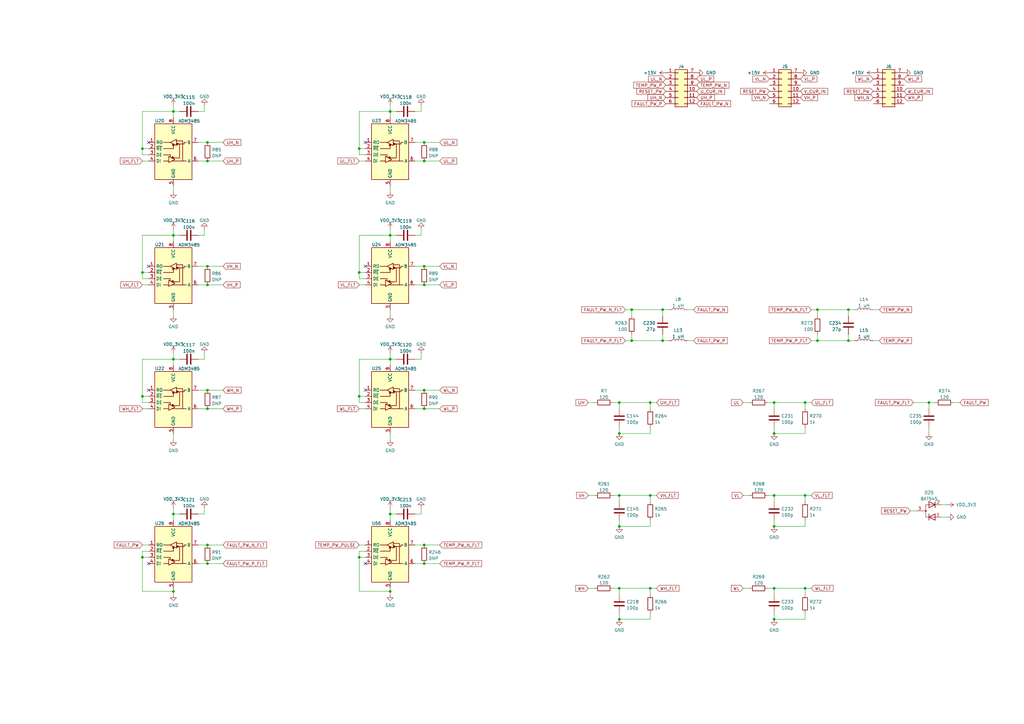
<source format=kicad_sch>
(kicad_sch (version 20231120) (generator "eeschema") (generator_version "8.0")
  (paper "A3")
  (lib_symbols
    (symbol "Connector_Generic:Conn_02x06_Top_Bottom" (pin_names (offset 1.016) hide)
      (property "Reference" "J" (at 1.27 7.62 0))
      (property "Value" "Conn_02x06_Top_Bottom" (at 1.27 -10.16 0))
      (symbol "Conn_02x06_Top_Bottom_1_1"
        (rectangle (start -1.27 -7.493) (end 0 -7.747) (stroke (width 0.1524)))
        (rectangle (start -1.27 -4.953) (end 0 -5.207) (stroke (width 0.1524)))
        (rectangle (start -1.27 -2.413) (end 0 -2.667) (stroke (width 0.1524)))
        (rectangle (start -1.27 0.127) (end 0 -0.127) (stroke (width 0.1524)))
        (rectangle (start -1.27 2.667) (end 0 2.413) (stroke (width 0.1524)))
        (rectangle (start -1.27 5.207) (end 0 4.953) (stroke (width 0.1524)))
        (rectangle (start -1.27 6.35) (end 3.81 -8.89) (stroke (width 0.254)) (fill (type background)))
        (rectangle (start 3.81 -7.493) (end 2.54 -7.747) (stroke (width 0.1524)))
        (rectangle (start 3.81 -4.953) (end 2.54 -5.207) (stroke (width 0.1524)))
        (rectangle (start 3.81 -2.413) (end 2.54 -2.667) (stroke (width 0.1524)))
        (rectangle (start 3.81 0.127) (end 2.54 -0.127) (stroke (width 0.1524)))
        (rectangle (start 3.81 2.667) (end 2.54 2.413) (stroke (width 0.1524)))
        (rectangle (start 3.81 5.207) (end 2.54 4.953) (stroke (width 0.1524)))
        (pin passive line (at -5.08 5.08 0) (length 3.81) (name "Pin_1") (number "1"))
        (pin passive line (at 7.62 -2.54 180) (length 3.81) (name "Pin_10") (number "10"))
        (pin passive line (at 7.62 -5.08 180) (length 3.81) (name "Pin_11") (number "11"))
        (pin passive line (at 7.62 -7.62 180) (length 3.81) (name "Pin_12") (number "12"))
        (pin passive line (at -5.08 2.54 0) (length 3.81) (name "Pin_2") (number "2"))
        (pin passive line (at -5.08 0 0) (length 3.81) (name "Pin_3") (number "3"))
        (pin passive line (at -5.08 -2.54 0) (length 3.81) (name "Pin_4") (number "4"))
        (pin passive line (at -5.08 -5.08 0) (length 3.81) (name "Pin_5") (number "5"))
        (pin passive line (at -5.08 -7.62 0) (length 3.81) (name "Pin_6") (number "6"))
        (pin passive line (at 7.62 5.08 180) (length 3.81) (name "Pin_7") (number "7"))
        (pin passive line (at 7.62 2.54 180) (length 3.81) (name "Pin_8") (number "8"))
        (pin passive line (at 7.62 0 180) (length 3.81) (name "Pin_9") (number "9"))
      )
    )
    (symbol "Device:C" (pin_numbers hide) (pin_names (offset 0.254))
      (property "Reference" "C" (at 0.635 2.54 0))
      (property "Value" "C" (at 0.635 -2.54 0))
      (symbol "C_0_1"
        (polyline (pts (xy -2.032 -0.762) (xy 2.032 -0.762)) (stroke (width 0.508)))
        (polyline (pts (xy -2.032 0.762) (xy 2.032 0.762)) (stroke (width 0.508)))
      )
      (symbol "C_1_1"
        (pin passive line (at 0 3.81 270) (length 2.794) (name "~") (number "1"))
        (pin passive line (at 0 -3.81 90) (length 2.794) (name "~") (number "2"))
      )
    )
    (symbol "Device:D_Dual_Series_AKC_Parallel" (pin_names (offset 0.762) hide)
      (property "Reference" "D" (at 0 5.08 0))
      (property "Value" "D_Dual_Series_AKC_Parallel" (at 0 -5.08 0))
      (symbol "D_Dual_Series_AKC_Parallel_0_0"
        (polyline (pts (xy 0 -1.27) (xy 0 -3.81)) (stroke (width 0.254)))
        (polyline (pts (xy 2.54 3.81) (xy 2.54 1.27)) (stroke (width 0.254)))
      )
      (symbol "D_Dual_Series_AKC_Parallel_0_1"
        (circle (center -1.27 0) (radius 0.254) (fill (type outline)))
        (polyline (pts (xy -1.27 0) (xy -2.54 0)))
        (polyline (pts (xy 2.54 2.54) (xy -1.27 2.54) (xy -1.27 -2.54) (xy 2.54 -2.54)))
        (polyline (pts (xy 0 3.81) (xy 2.54 2.54) (xy 0 1.27) (xy 0 3.81) (xy 0 3.81) (xy 0 3.81)) (stroke (width 0.254)))
        (polyline (pts (xy 2.54 -1.27) (xy 0 -2.54) (xy 2.54 -3.81) (xy 2.54 -1.27) (xy 2.54 -1.27) (xy 2.54 -1.27)) (stroke (width 0.254)))
        (pin passive line (at 5.08 -2.54 180) (length 2.54) (name "K") (number "1"))
        (pin passive line (at 5.08 2.54 180) (length 2.54) (name "K") (number "2"))
        (pin passive line (at -5.08 0 0) (length 2.54) (name "A") (number "3"))
      )
    )
    (symbol "Device:L" (pin_numbers hide) (pin_names (offset 1.016) hide)
      (property "Reference" "L" (at -1.27 0 90))
      (property "Value" "L" (at 1.905 0 90))
      (symbol "L_0_1"
        (arc (start 0 -2.54) (mid 0.6323 -1.905) (end 0 -1.27))
        (arc (start 0 -1.27) (mid 0.6323 -0.635) (end 0 0))
        (arc (start 0 0) (mid 0.6323 0.635) (end 0 1.27))
        (arc (start 0 1.27) (mid 0.6323 1.905) (end 0 2.54))
      )
      (symbol "L_1_1"
        (pin passive line (at 0 3.81 270) (length 1.27) (name "1") (number "1"))
        (pin passive line (at 0 -3.81 90) (length 1.27) (name "2") (number "2"))
      )
    )
    (symbol "Device:R" (pin_numbers hide) (pin_names (offset 0))
      (property "Reference" "R" (at 2.032 0 90))
      (property "Value" "R" (at 0 0 90))
      (symbol "R_0_1"
        (rectangle (start -1.016 -2.54) (end 1.016 2.54) (stroke (width 0.254)))
      )
      (symbol "R_1_1"
        (pin passive line (at 0 3.81 270) (length 1.27) (name "~") (number "1"))
        (pin passive line (at 0 -3.81 90) (length 1.27) (name "~") (number "2"))
      )
    )
    (symbol "GND_1" (power) (pin_names (offset 0))
      (property "Value" "GND_1" (at 0 -3.81 0))
      (symbol "GND_1_0_1"
        (polyline (pts (xy 0 0) (xy 0 -1.27) (xy 1.27 -1.27) (xy 0 -2.54) (xy -1.27 -1.27) (xy 0 -1.27)))
      )
      (symbol "GND_1_1_1"
        (pin power_in line (at 0 0 270) (length 0) hide (name "GND") (number "1"))
      )
    )
    (symbol "Project_Library:ADM3485"
      (property "Reference" "U" (at -6.096 11.43 0))
      (property "Value" "ADM3485" (at 0.762 11.43 0))
      (symbol "ADM3485_0_1"
        (rectangle (start -7.62 10.16) (end 7.62 -12.7) (stroke (width 0.254)) (fill (type background)))
        (circle (center -0.3048 -3.683) (radius 0.3556) (stroke (width 0.254)) (fill (type outline)))
        (circle (center -0.0254 1.4986) (radius 0.3556) (stroke (width 0.254)) (fill (type outline)))
        (polyline (pts (xy -4.064 -5.08) (xy -1.905 -5.08)) (stroke (width 0.254)))
        (polyline (pts (xy -4.064 2.54) (xy -1.27 2.54)) (stroke (width 0.254)))
        (polyline (pts (xy -1.27 -3.2004) (xy -1.27 -3.4544)) (stroke (width 0.254)))
        (polyline (pts (xy -0.635 -5.08) (xy 5.334 -5.08)) (stroke (width 0.254)))
        (polyline (pts (xy -4.064 -2.54) (xy -1.27 -2.54) (xy -1.27 -3.175)) (stroke (width 0.254)))
        (polyline (pts (xy 0 1.27) (xy 0 0) (xy -4.064 0)) (stroke (width 0.254)))
        (polyline (pts (xy 1.27 3.175) (xy 3.81 3.175) (xy 3.81 -5.08)) (stroke (width 0.254)))
        (polyline (pts (xy 2.54 1.905) (xy 2.54 -3.81) (xy 0 -3.81)) (stroke (width 0.254)))
        (polyline (pts (xy -1.905 -3.175) (xy -1.905 -5.715) (xy 0.635 -4.445) (xy -1.905 -3.175)) (stroke (width 0.254)))
        (polyline (pts (xy -1.27 2.54) (xy 1.27 3.81) (xy 1.27 1.27) (xy -1.27 2.54)) (stroke (width 0.254)))
        (polyline (pts (xy 1.905 1.905) (xy 4.445 1.905) (xy 4.445 2.54) (xy 5.334 2.54)) (stroke (width 0.254)))
        (rectangle (start 1.27 3.175) (end 1.27 3.175))
        (circle (center 1.651 1.905) (radius 0.3556) (stroke (width 0.254)) (fill (type outline)))
      )
      (symbol "ADM3485_1_1"
        (pin output line (at -10.16 2.54 0) (length 2.54) (name "RO") (number "1"))
        (pin input line (at -10.16 0 0) (length 2.54) (name "~{RE}") (number "2"))
        (pin input line (at -10.16 -2.54 0) (length 2.54) (name "DE") (number "3"))
        (pin input line (at -10.16 -5.08 0) (length 2.54) (name "DI") (number "4"))
        (pin power_in line (at 0 -15.24 90) (length 2.54) (name "GND") (number "5"))
        (pin bidirectional line (at 10.16 -5.08 180) (length 2.54) (name "A") (number "6"))
        (pin bidirectional line (at 10.16 2.54 180) (length 2.54) (name "B") (number "7"))
        (pin power_in line (at 0 12.7 270) (length 2.54) (name "VCC") (number "8"))
      )
    )
    (symbol "Project_Library:VDD_3V3" (power) (pin_names (offset 0))
      (property "Value" "VDD_3V3" (at 0 3.81 0))
      (symbol "VDD_3V3_0_1"
        (polyline (pts (xy -0.762 1.27) (xy 0 2.54)))
        (polyline (pts (xy 0 0) (xy 0 2.54)))
        (polyline (pts (xy 0 2.54) (xy 0.762 1.27)))
      )
      (symbol "VDD_3V3_1_1"
        (pin power_in line (at 0 0 90) (length 0) hide (name "VDD_3V3") (number "1"))
      )
    )
    (symbol "power:+15V" (power) (pin_names (offset 0))
      (property "Value" "+15V" (at 0 3.556 0))
      (symbol "+15V_0_1"
        (polyline (pts (xy -0.762 1.27) (xy 0 2.54)))
        (polyline (pts (xy 0 0) (xy 0 2.54)))
        (polyline (pts (xy 0 2.54) (xy 0.762 1.27)))
      )
      (symbol "+15V_1_1"
        (pin power_in line (at 0 0 90) (length 0) hide (name "+15V") (number "1"))
      )
    )
    (symbol "power:GND" (power) (pin_names (offset 0))
      (property "Value" "GND" (at 0 -3.81 0))
      (symbol "GND_0_1"
        (polyline (pts (xy 0 0) (xy 0 -1.27) (xy 1.27 -1.27) (xy 0 -2.54) (xy -1.27 -1.27) (xy 0 -1.27)))
      )
      (symbol "GND_1_1"
        (pin power_in line (at 0 0 270) (length 0) hide (name "GND") (number "1"))
      )
    )
  )
  (junction (at 317.5 203.2))
  (junction (at 71.12 45.72))
  (junction (at 335.28 139.7))
  (junction (at 85.09 231.14))
  (junction (at 85.09 167.64))
  (junction (at 317.5 177.8))
  (junction (at 254 177.8))
  (junction (at 58.42 60.96))
  (junction (at 381 165.1))
  (junction (at 259.08 139.7))
  (junction (at 254 165.1))
  (junction (at 71.12 242.57))
  (junction (at 160.02 96.52))
  (junction (at 254 203.2))
  (junction (at 58.42 111.76))
  (junction (at 147.32 111.76))
  (junction (at 254 215.9))
  (junction (at 71.12 96.52))
  (junction (at 85.09 160.02))
  (junction (at 330.2 203.2))
  (junction (at 347.98 139.7))
  (junction (at 330.2 165.1))
  (junction (at 254 241.3))
  (junction (at 147.32 162.56))
  (junction (at 160.02 242.57))
  (junction (at 160.02 45.72))
  (junction (at 266.7 165.1))
  (junction (at 173.99 66.04))
  (junction (at 266.7 241.3))
  (junction (at 160.02 210.82))
  (junction (at 58.42 228.6))
  (junction (at 85.09 58.42))
  (junction (at 71.12 210.82))
  (junction (at 173.99 167.64))
  (junction (at 173.99 223.52))
  (junction (at 259.08 127))
  (junction (at 173.99 58.42))
  (junction (at 173.99 231.14))
  (junction (at 335.28 127))
  (junction (at 317.5 241.3))
  (junction (at 271.78 139.7))
  (junction (at 173.99 109.22))
  (junction (at 173.99 116.84))
  (junction (at 254 254))
  (junction (at 85.09 223.52))
  (junction (at 58.42 162.56))
  (junction (at 147.32 228.6))
  (junction (at 317.5 215.9))
  (junction (at 85.09 66.04))
  (junction (at 266.7 203.2))
  (junction (at 85.09 109.22))
  (junction (at 330.2 241.3))
  (junction (at 347.98 127))
  (junction (at 271.78 127))
  (junction (at 71.12 147.32))
  (junction (at 160.02 147.32))
  (junction (at 317.5 254))
  (junction (at 85.09 116.84))
  (junction (at 173.99 160.02))
  (junction (at 147.32 60.96))
  (junction (at 317.5 165.1))
  (no_connect (at 149.86 160.02))
  (no_connect (at 60.96 231.14))
  (no_connect (at 149.86 109.22))
  (no_connect (at 60.96 160.02))
  (no_connect (at 149.86 58.42))
  (no_connect (at 60.96 109.22))
  (no_connect (at 149.86 231.14))
  (no_connect (at 60.96 58.42))
  (wire (pts (xy 71.12 127) (xy 71.12 129.54)))
  (wire (pts (xy 58.42 228.6) (xy 58.42 226.06)))
  (wire (pts (xy 254 175.26) (xy 254 177.8)))
  (wire (pts (xy 314.96 203.2) (xy 317.5 203.2)))
  (wire (pts (xy 330.2 241.3) (xy 330.2 243.84)))
  (wire (pts (xy 259.08 139.7) (xy 271.78 139.7)))
  (wire (pts (xy 147.32 45.72) (xy 160.02 45.72)))
  (wire (pts (xy 60.96 111.76) (xy 58.42 111.76)))
  (wire (pts (xy 172.72 210.82) (xy 170.18 210.82)))
  (wire (pts (xy 241.3 241.3) (xy 243.84 241.3)))
  (wire (pts (xy 173.99 66.04) (xy 180.34 66.04)))
  (wire (pts (xy 254 203.2) (xy 266.7 203.2)))
  (wire (pts (xy 81.28 109.22) (xy 85.09 109.22)))
  (wire (pts (xy 254 203.2) (xy 254 205.74)))
  (wire (pts (xy 81.28 231.14) (xy 85.09 231.14)))
  (wire (pts (xy 170.18 116.84) (xy 173.99 116.84)))
  (wire (pts (xy 304.8 241.3) (xy 307.34 241.3)))
  (wire (pts (xy 147.32 228.6) (xy 147.32 226.06)))
  (wire (pts (xy 172.72 147.32) (xy 170.18 147.32)))
  (wire (pts (xy 149.86 60.96) (xy 147.32 60.96)))
  (wire (pts (xy 58.42 114.3) (xy 58.42 111.76)))
  (wire (pts (xy 71.12 210.82) (xy 71.12 213.36)))
  (wire (pts (xy 83.82 147.32) (xy 81.28 147.32)))
  (wire (pts (xy 284.48 127) (xy 281.94 127)))
  (wire (pts (xy 83.82 210.82) (xy 81.28 210.82)))
  (wire (pts (xy 317.5 241.3) (xy 317.5 243.84)))
  (wire (pts (xy 58.42 147.32) (xy 71.12 147.32)))
  (wire (pts (xy 58.42 63.5) (xy 58.42 60.96)))
  (wire (pts (xy 317.5 213.36) (xy 317.5 215.9)))
  (wire (pts (xy 147.32 165.1) (xy 147.32 162.56)))
  (wire (pts (xy 147.32 45.72) (xy 147.32 60.96)))
  (wire (pts (xy 71.12 43.18) (xy 71.12 45.72)))
  (wire (pts (xy 71.12 45.72) (xy 71.12 48.26)))
  (wire (pts (xy 350.52 127) (xy 347.98 127)))
  (wire (pts (xy 335.28 137.16) (xy 335.28 139.7)))
  (wire (pts (xy 85.09 231.14) (xy 91.44 231.14)))
  (wire (pts (xy 71.12 76.2) (xy 71.12 78.74)))
  (wire (pts (xy 330.2 175.26) (xy 330.2 177.8)))
  (wire (pts (xy 71.12 147.32) (xy 71.12 149.86)))
  (wire (pts (xy 170.18 231.14) (xy 173.99 231.14)))
  (wire (pts (xy 173.99 109.22) (xy 180.34 109.22)))
  (wire (pts (xy 330.2 203.2) (xy 330.2 205.74)))
  (wire (pts (xy 160.02 241.3) (xy 160.02 242.57)))
  (wire (pts (xy 58.42 228.6) (xy 58.42 242.57)))
  (wire (pts (xy 58.42 147.32) (xy 58.42 162.56)))
  (wire (pts (xy 330.2 165.1) (xy 330.2 167.64)))
  (wire (pts (xy 81.28 116.84) (xy 85.09 116.84)))
  (wire (pts (xy 259.08 137.16) (xy 259.08 139.7)))
  (wire (pts (xy 83.82 43.18) (xy 83.82 45.72)))
  (wire (pts (xy 149.86 226.06) (xy 147.32 226.06)))
  (wire (pts (xy 81.28 160.02) (xy 85.09 160.02)))
  (wire (pts (xy 266.7 254) (xy 254 254)))
  (wire (pts (xy 81.28 223.52) (xy 85.09 223.52)))
  (wire (pts (xy 85.09 160.02) (xy 91.44 160.02)))
  (wire (pts (xy 266.7 241.3) (xy 269.24 241.3)))
  (wire (pts (xy 251.46 203.2) (xy 254 203.2)))
  (wire (pts (xy 149.86 111.76) (xy 147.32 111.76)))
  (wire (pts (xy 85.09 58.42) (xy 91.44 58.42)))
  (wire (pts (xy 160.02 127) (xy 160.02 129.54)))
  (wire (pts (xy 160.02 76.2) (xy 160.02 78.74)))
  (wire (pts (xy 330.2 241.3) (xy 332.74 241.3)))
  (wire (pts (xy 83.82 93.98) (xy 83.82 96.52)))
  (wire (pts (xy 314.96 241.3) (xy 317.5 241.3)))
  (wire (pts (xy 71.12 208.28) (xy 71.12 210.82)))
  (wire (pts (xy 71.12 177.8) (xy 71.12 180.34)))
  (wire (pts (xy 149.86 63.5) (xy 147.32 63.5)))
  (wire (pts (xy 271.78 127) (xy 259.08 127)))
  (wire (pts (xy 58.42 96.52) (xy 71.12 96.52)))
  (wire (pts (xy 254 251.46) (xy 254 254)))
  (wire (pts (xy 347.98 137.16) (xy 347.98 139.7)))
  (wire (pts (xy 393.7 165.1) (xy 391.16 165.1)))
  (wire (pts (xy 317.5 241.3) (xy 330.2 241.3)))
  (wire (pts (xy 160.02 96.52) (xy 160.02 99.06)))
  (wire (pts (xy 271.78 139.7) (xy 274.32 139.7)))
  (wire (pts (xy 147.32 147.32) (xy 160.02 147.32)))
  (wire (pts (xy 388.62 212.09) (xy 386.08 212.09)))
  (wire (pts (xy 170.18 160.02) (xy 173.99 160.02)))
  (wire (pts (xy 83.82 45.72) (xy 81.28 45.72)))
  (wire (pts (xy 330.2 213.36) (xy 330.2 215.9)))
  (wire (pts (xy 266.7 177.8) (xy 254 177.8)))
  (wire (pts (xy 172.72 144.78) (xy 172.72 147.32)))
  (wire (pts (xy 81.28 66.04) (xy 85.09 66.04)))
  (wire (pts (xy 160.02 144.78) (xy 160.02 147.32)))
  (wire (pts (xy 147.32 114.3) (xy 147.32 111.76)))
  (wire (pts (xy 170.18 66.04) (xy 173.99 66.04)))
  (wire (pts (xy 147.32 96.52) (xy 160.02 96.52)))
  (wire (pts (xy 147.32 63.5) (xy 147.32 60.96)))
  (wire (pts (xy 266.7 215.9) (xy 254 215.9)))
  (wire (pts (xy 347.98 127) (xy 347.98 129.54)))
  (wire (pts (xy 173.99 58.42) (xy 180.34 58.42)))
  (wire (pts (xy 173.99 231.14) (xy 180.34 231.14)))
  (wire (pts (xy 160.02 147.32) (xy 160.02 149.86)))
  (wire (pts (xy 160.02 177.8) (xy 160.02 180.34)))
  (wire (pts (xy 330.2 165.1) (xy 332.74 165.1)))
  (wire (pts (xy 360.68 127) (xy 358.14 127)))
  (wire (pts (xy 373.38 209.55) (xy 375.92 209.55)))
  (wire (pts (xy 160.02 96.52) (xy 162.56 96.52)))
  (wire (pts (xy 147.32 66.04) (xy 149.86 66.04)))
  (wire (pts (xy 71.12 45.72) (xy 73.66 45.72)))
  (wire (pts (xy 71.12 93.98) (xy 71.12 96.52)))
  (wire (pts (xy 147.32 223.52) (xy 149.86 223.52)))
  (wire (pts (xy 266.7 203.2) (xy 269.24 203.2)))
  (wire (pts (xy 254 213.36) (xy 254 215.9)))
  (wire (pts (xy 271.78 127) (xy 271.78 129.54)))
  (wire (pts (xy 254 241.3) (xy 266.7 241.3)))
  (wire (pts (xy 388.62 207.01) (xy 386.08 207.01)))
  (wire (pts (xy 360.68 139.7) (xy 358.14 139.7)))
  (wire (pts (xy 60.96 63.5) (xy 58.42 63.5)))
  (wire (pts (xy 266.7 213.36) (xy 266.7 215.9)))
  (wire (pts (xy 241.3 203.2) (xy 243.84 203.2)))
  (wire (pts (xy 160.02 210.82) (xy 160.02 213.36)))
  (wire (pts (xy 71.12 147.32) (xy 73.66 147.32)))
  (wire (pts (xy 170.18 58.42) (xy 173.99 58.42)))
  (wire (pts (xy 71.12 96.52) (xy 71.12 99.06)))
  (wire (pts (xy 71.12 210.82) (xy 73.66 210.82)))
  (wire (pts (xy 147.32 147.32) (xy 147.32 162.56)))
  (wire (pts (xy 274.32 127) (xy 271.78 127)))
  (wire (pts (xy 58.42 167.64) (xy 60.96 167.64)))
  (wire (pts (xy 259.08 127) (xy 256.54 127)))
  (wire (pts (xy 60.96 228.6) (xy 58.42 228.6)))
  (wire (pts (xy 330.2 254) (xy 317.5 254)))
  (wire (pts (xy 266.7 175.26) (xy 266.7 177.8)))
  (wire (pts (xy 304.8 203.2) (xy 307.34 203.2)))
  (wire (pts (xy 173.99 116.84) (xy 180.34 116.84)))
  (wire (pts (xy 85.09 223.52) (xy 91.44 223.52)))
  (wire (pts (xy 60.96 162.56) (xy 58.42 162.56)))
  (wire (pts (xy 160.02 45.72) (xy 160.02 48.26)))
  (wire (pts (xy 83.82 96.52) (xy 81.28 96.52)))
  (wire (pts (xy 85.09 116.84) (xy 91.44 116.84)))
  (wire (pts (xy 160.02 93.98) (xy 160.02 96.52)))
  (wire (pts (xy 173.99 167.64) (xy 180.34 167.64)))
  (wire (pts (xy 381 165.1) (xy 381 167.64)))
  (wire (pts (xy 83.82 144.78) (xy 83.82 147.32)))
  (wire (pts (xy 271.78 137.16) (xy 271.78 139.7)))
  (wire (pts (xy 335.28 139.7) (xy 347.98 139.7)))
  (wire (pts (xy 71.12 144.78) (xy 71.12 147.32)))
  (wire (pts (xy 330.2 251.46) (xy 330.2 254)))
  (wire (pts (xy 254 165.1) (xy 254 167.64)))
  (wire (pts (xy 347.98 127) (xy 335.28 127)))
  (wire (pts (xy 160.02 45.72) (xy 162.56 45.72)))
  (wire (pts (xy 330.2 177.8) (xy 317.5 177.8)))
  (wire (pts (xy 251.46 241.3) (xy 254 241.3)))
  (wire (pts (xy 170.18 167.64) (xy 173.99 167.64)))
  (wire (pts (xy 314.96 165.1) (xy 317.5 165.1)))
  (wire (pts (xy 381 175.26) (xy 381 177.8)))
  (wire (pts (xy 335.28 139.7) (xy 332.74 139.7)))
  (wire (pts (xy 58.42 66.04) (xy 60.96 66.04)))
  (wire (pts (xy 251.46 165.1) (xy 254 165.1)))
  (wire (pts (xy 172.72 45.72) (xy 170.18 45.72)))
  (wire (pts (xy 160.02 147.32) (xy 162.56 147.32)))
  (wire (pts (xy 60.96 60.96) (xy 58.42 60.96)))
  (wire (pts (xy 266.7 165.1) (xy 269.24 165.1)))
  (wire (pts (xy 160.02 242.57) (xy 160.02 243.84)))
  (wire (pts (xy 304.8 165.1) (xy 307.34 165.1)))
  (wire (pts (xy 149.86 162.56) (xy 147.32 162.56)))
  (wire (pts (xy 147.32 167.64) (xy 149.86 167.64)))
  (wire (pts (xy 172.72 96.52) (xy 170.18 96.52)))
  (wire (pts (xy 85.09 66.04) (xy 91.44 66.04)))
  (wire (pts (xy 317.5 251.46) (xy 317.5 254)))
  (wire (pts (xy 58.42 116.84) (xy 60.96 116.84)))
  (wire (pts (xy 172.72 93.98) (xy 172.72 96.52)))
  (wire (pts (xy 149.86 114.3) (xy 147.32 114.3)))
  (wire (pts (xy 254 241.3) (xy 254 243.84)))
  (wire (pts (xy 60.96 226.06) (xy 58.42 226.06)))
  (wire (pts (xy 374.65 165.1) (xy 381 165.1)))
  (wire (pts (xy 317.5 175.26) (xy 317.5 177.8)))
  (wire (pts (xy 149.86 228.6) (xy 147.32 228.6)))
  (wire (pts (xy 266.7 165.1) (xy 266.7 167.64)))
  (wire (pts (xy 147.32 96.52) (xy 147.32 111.76)))
  (wire (pts (xy 58.42 45.72) (xy 71.12 45.72)))
  (wire (pts (xy 172.72 208.28) (xy 172.72 210.82)))
  (wire (pts (xy 85.09 109.22) (xy 91.44 109.22)))
  (wire (pts (xy 254 165.1) (xy 266.7 165.1)))
  (wire (pts (xy 149.86 165.1) (xy 147.32 165.1)))
  (wire (pts (xy 266.7 203.2) (xy 266.7 205.74)))
  (wire (pts (xy 335.28 127) (xy 332.74 127)))
  (wire (pts (xy 58.42 96.52) (xy 58.42 111.76)))
  (wire (pts (xy 173.99 160.02) (xy 180.34 160.02)))
  (wire (pts (xy 383.54 165.1) (xy 381 165.1)))
  (wire (pts (xy 60.96 165.1) (xy 58.42 165.1)))
  (wire (pts (xy 58.42 45.72) (xy 58.42 60.96)))
  (wire (pts (xy 60.96 114.3) (xy 58.42 114.3)))
  (wire (pts (xy 83.82 208.28) (xy 83.82 210.82)))
  (wire (pts (xy 172.72 43.18) (xy 172.72 45.72)))
  (wire (pts (xy 81.28 167.64) (xy 85.09 167.64)))
  (wire (pts (xy 170.18 223.52) (xy 173.99 223.52)))
  (wire (pts (xy 241.3 165.1) (xy 243.84 165.1)))
  (wire (pts (xy 330.2 203.2) (xy 332.74 203.2)))
  (wire (pts (xy 58.42 165.1) (xy 58.42 162.56)))
  (wire (pts (xy 259.08 127) (xy 259.08 129.54)))
  (wire (pts (xy 160.02 208.28) (xy 160.02 210.82)))
  (wire (pts (xy 317.5 203.2) (xy 317.5 205.74)))
  (wire (pts (xy 266.7 241.3) (xy 266.7 243.84)))
  (wire (pts (xy 71.12 241.3) (xy 71.12 242.57)))
  (wire (pts (xy 284.48 139.7) (xy 281.94 139.7)))
  (wire (pts (xy 170.18 109.22) (xy 173.99 109.22)))
  (wire (pts (xy 58.42 242.57) (xy 71.12 242.57)))
  (wire (pts (xy 71.12 96.52) (xy 73.66 96.52)))
  (wire (pts (xy 147.32 228.6) (xy 147.32 242.57)))
  (wire (pts (xy 317.5 165.1) (xy 317.5 167.64)))
  (wire (pts (xy 266.7 251.46) (xy 266.7 254)))
  (wire (pts (xy 81.28 58.42) (xy 85.09 58.42)))
  (wire (pts (xy 58.42 223.52) (xy 60.96 223.52)))
  (wire (pts (xy 347.98 139.7) (xy 350.52 139.7)))
  (wire (pts (xy 173.99 223.52) (xy 180.34 223.52)))
  (wire (pts (xy 160.02 43.18) (xy 160.02 45.72)))
  (wire (pts (xy 85.09 167.64) (xy 91.44 167.64)))
  (wire (pts (xy 330.2 215.9) (xy 317.5 215.9)))
  (wire (pts (xy 317.5 165.1) (xy 330.2 165.1)))
  (wire (pts (xy 160.02 210.82) (xy 162.56 210.82)))
  (wire (pts (xy 147.32 242.57) (xy 160.02 242.57)))
  (wire (pts (xy 259.08 139.7) (xy 256.54 139.7)))
  (wire (pts (xy 71.12 242.57) (xy 71.12 243.84)))
  (wire (pts (xy 317.5 203.2) (xy 330.2 203.2)))
  (wire (pts (xy 335.28 127) (xy 335.28 129.54)))
  (wire (pts (xy 147.32 116.84) (xy 149.86 116.84)))
  (global_label "UL_N" (shape input) (at 180.34 58.42 0) (property "Intersheetrefs" "${INTERSHEET_REFS}" (effects (hide yes))))
  (global_label "UH_P" (shape input) (at 91.44 66.04 0) (property "Intersheetrefs" "${INTERSHEET_REFS}" (effects (hide yes))))
  (global_label "FAULT_PW_N" (shape input) (at 285.75 42.545 0) (property "Intersheetrefs" "${INTERSHEET_REFS}" (effects (hide yes))))
  (global_label "RESET_PW" (shape input) (at 358.14 37.465 180) (property "Intersheetrefs" "${INTERSHEET_REFS}" (effects (hide yes))))
  (global_label "WL_FLT" (shape input) (at 332.74 241.3 0) (property "Intersheetrefs" "${INTERSHEET_REFS}" (effects (hide yes))))
  (global_label "WH_N" (shape input) (at 91.44 160.02 0) (property "Intersheetrefs" "${INTERSHEET_REFS}" (effects (hide yes))))
  (global_label "VH_FLT" (shape input) (at 269.24 203.2 0) (property "Intersheetrefs" "${INTERSHEET_REFS}" (effects (hide yes))))
  (global_label "UH_FLT" (shape input) (at 58.42 66.04 180) (property "Intersheetrefs" "${INTERSHEET_REFS}" (effects (hide yes))))
  (global_label "VL_FLT" (shape input) (at 147.32 116.84 180) (property "Intersheetrefs" "${INTERSHEET_REFS}" (effects (hide yes))))
  (global_label "UL_FLT" (shape input) (at 147.32 66.04 180) (property "Intersheetrefs" "${INTERSHEET_REFS}" (effects (hide yes))))
  (global_label "TEMP_PW_P_FLT" (shape input) (at 180.34 231.14 0) (property "Intersheetrefs" "${INTERSHEET_REFS}" (effects (hide yes))))
  (global_label "TEMP_PW_P" (shape input) (at 273.05 34.925 180) (property "Intersheetrefs" "${INTERSHEET_REFS}" (effects (hide yes))))
  (global_label "VH_FLT" (shape input) (at 58.42 116.84 180) (property "Intersheetrefs" "${INTERSHEET_REFS}" (effects (hide yes))))
  (global_label "UL_FLT" (shape input) (at 332.74 165.1 0) (property "Intersheetrefs" "${INTERSHEET_REFS}" (effects (hide yes))))
  (global_label "TEMP_PW_N_FLT" (shape input) (at 180.34 223.52 0) (property "Intersheetrefs" "${INTERSHEET_REFS}" (effects (hide yes))))
  (global_label "RESET_PW" (shape input) (at 373.38 209.55 180) (property "Intersheetrefs" "${INTERSHEET_REFS}" (effects (hide yes))))
  (global_label "VH_N" (shape input) (at 91.44 109.22 0) (property "Intersheetrefs" "${INTERSHEET_REFS}" (effects (hide yes))))
  (global_label "W_CUR_IN" (shape input) (at 370.84 37.465 0) (property "Intersheetrefs" "${INTERSHEET_REFS}" (effects (hide yes))))
  (global_label "VH_P" (shape input) (at 91.44 116.84 0) (property "Intersheetrefs" "${INTERSHEET_REFS}" (effects (hide yes))))
  (global_label "WL_P" (shape input) (at 370.84 32.385 0) (property "Intersheetrefs" "${INTERSHEET_REFS}" (effects (hide yes))))
  (global_label "WH_P" (shape input) (at 370.84 40.005 0) (property "Intersheetrefs" "${INTERSHEET_REFS}" (effects (hide yes))))
  (global_label "WH_FLT" (shape input) (at 58.42 167.64 180) (property "Intersheetrefs" "${INTERSHEET_REFS}" (effects (hide yes))))
  (global_label "WL_FLT" (shape input) (at 147.32 167.64 180) (property "Intersheetrefs" "${INTERSHEET_REFS}" (effects (hide yes))))
  (global_label "WL_N" (shape input) (at 358.14 32.385 180) (property "Intersheetrefs" "${INTERSHEET_REFS}" (effects (hide yes))))
  (global_label "VL_P" (shape input) (at 180.34 116.84 0) (property "Intersheetrefs" "${INTERSHEET_REFS}" (effects (hide yes))))
  (global_label "FAULT_PW_P" (shape input) (at 284.48 139.7 0) (property "Intersheetrefs" "${INTERSHEET_REFS}" (effects (hide yes))))
  (global_label "TEMP_PW_P" (shape input) (at 360.68 139.7 0) (property "Intersheetrefs" "${INTERSHEET_REFS}" (effects (hide yes))))
  (global_label "FAULT_PW_FLT" (shape input) (at 374.65 165.1 180) (property "Intersheetrefs" "${INTERSHEET_REFS}" (effects (hide yes))))
  (global_label "TEMP_PW_P_FLT" (shape input) (at 332.74 139.7 180) (property "Intersheetrefs" "${INTERSHEET_REFS}" (effects (hide yes))))
  (global_label "UL" (shape input) (at 304.8 165.1 180) (property "Intersheetrefs" "${INTERSHEET_REFS}" (effects (hide yes))))
  (global_label "VL_FLT" (shape input) (at 332.74 203.2 0) (property "Intersheetrefs" "${INTERSHEET_REFS}" (effects (hide yes))))
  (global_label "FAULT_PW" (shape input) (at 393.7 165.1 0) (property "Intersheetrefs" "${INTERSHEET_REFS}" (effects (hide yes))))
  (global_label "TEMP_PW_N_FLT" (shape input) (at 332.74 127 180) (property "Intersheetrefs" "${INTERSHEET_REFS}" (effects (hide yes))))
  (global_label "VH_N" (shape input) (at 315.595 40.005 180) (property "Intersheetrefs" "${INTERSHEET_REFS}" (effects (hide yes))))
  (global_label "FAULT_PW_N_FLT" (shape input) (at 256.54 127 180) (property "Intersheetrefs" "${INTERSHEET_REFS}" (effects (hide yes))))
  (global_label "WH_N" (shape input) (at 358.14 40.005 180) (property "Intersheetrefs" "${INTERSHEET_REFS}" (effects (hide yes))))
  (global_label "UL_N" (shape input) (at 273.05 32.385 180) (property "Intersheetrefs" "${INTERSHEET_REFS}" (effects (hide yes))))
  (global_label "WL_P" (shape input) (at 180.34 167.64 0) (property "Intersheetrefs" "${INTERSHEET_REFS}" (effects (hide yes))))
  (global_label "UH_N" (shape input) (at 91.44 58.42 0) (property "Intersheetrefs" "${INTERSHEET_REFS}" (effects (hide yes))))
  (global_label "VL" (shape input) (at 304.8 203.2 180) (property "Intersheetrefs" "${INTERSHEET_REFS}" (effects (hide yes))))
  (global_label "V_CUR_IN" (shape input) (at 328.295 37.465 0) (property "Intersheetrefs" "${INTERSHEET_REFS}" (effects (hide yes))))
  (global_label "RESET_PW" (shape input) (at 315.595 37.465 180) (property "Intersheetrefs" "${INTERSHEET_REFS}" (effects (hide yes))))
  (global_label "VL_N" (shape input) (at 180.34 109.22 0) (property "Intersheetrefs" "${INTERSHEET_REFS}" (effects (hide yes))))
  (global_label "WL_N" (shape input) (at 180.34 160.02 0) (property "Intersheetrefs" "${INTERSHEET_REFS}" (effects (hide yes))))
  (global_label "UL_P" (shape input) (at 180.34 66.04 0) (property "Intersheetrefs" "${INTERSHEET_REFS}" (effects (hide yes))))
  (global_label "UH_FLT" (shape input) (at 269.24 165.1 0) (property "Intersheetrefs" "${INTERSHEET_REFS}" (effects (hide yes))))
  (global_label "TEMP_PW_N" (shape input) (at 285.75 34.925 0) (property "Intersheetrefs" "${INTERSHEET_REFS}" (effects (hide yes))))
  (global_label "VL_P" (shape input) (at 328.295 32.385 0) (property "Intersheetrefs" "${INTERSHEET_REFS}" (effects (hide yes))))
  (global_label "U_CUR_IN" (shape input) (at 285.75 37.465 0) (property "Intersheetrefs" "${INTERSHEET_REFS}" (effects (hide yes))))
  (global_label "UH_P" (shape input) (at 285.75 40.005 0) (property "Intersheetrefs" "${INTERSHEET_REFS}" (effects (hide yes))))
  (global_label "FAULT_PW_P" (shape input) (at 273.05 42.545 180) (property "Intersheetrefs" "${INTERSHEET_REFS}" (effects (hide yes))))
  (global_label "WH" (shape input) (at 241.3 241.3 180) (property "Intersheetrefs" "${INTERSHEET_REFS}" (effects (hide yes))))
  (global_label "FAULT_PW_P_FLT" (shape input) (at 91.44 231.14 0) (property "Intersheetrefs" "${INTERSHEET_REFS}" (effects (hide yes))))
  (global_label "VH" (shape input) (at 241.3 203.2 180) (property "Intersheetrefs" "${INTERSHEET_REFS}" (effects (hide yes))))
  (global_label "UL_P" (shape input) (at 285.75 32.385 0) (property "Intersheetrefs" "${INTERSHEET_REFS}" (effects (hide yes))))
  (global_label "VL_N" (shape input) (at 315.595 32.385 180) (property "Intersheetrefs" "${INTERSHEET_REFS}" (effects (hide yes))))
  (global_label "FAULT_PW_N" (shape input) (at 284.48 127 0) (property "Intersheetrefs" "${INTERSHEET_REFS}" (effects (hide yes))))
  (global_label "WL" (shape input) (at 304.8 241.3 180) (property "Intersheetrefs" "${INTERSHEET_REFS}" (effects (hide yes))))
  (global_label "FAULT_PW_N_FLT" (shape input) (at 91.44 223.52 0) (property "Intersheetrefs" "${INTERSHEET_REFS}" (effects (hide yes))))
  (global_label "TEMP_PW_N" (shape input) (at 360.68 127 0) (property "Intersheetrefs" "${INTERSHEET_REFS}" (effects (hide yes))))
  (global_label "WH_P" (shape input) (at 91.44 167.64 0) (property "Intersheetrefs" "${INTERSHEET_REFS}" (effects (hide yes))))
  (global_label "WH_FLT" (shape input) (at 269.24 241.3 0) (property "Intersheetrefs" "${INTERSHEET_REFS}" (effects (hide yes))))
  (global_label "FAULT_PW_P_FLT" (shape input) (at 256.54 139.7 180) (property "Intersheetrefs" "${INTERSHEET_REFS}" (effects (hide yes))))
  (global_label "RESET_PW" (shape input) (at 273.05 37.465 180) (property "Intersheetrefs" "${INTERSHEET_REFS}" (effects (hide yes))))
  (global_label "FAULT_PW" (shape input) (at 58.42 223.52 180) (property "Intersheetrefs" "${INTERSHEET_REFS}" (effects (hide yes))))
  (global_label "UH" (shape input) (at 241.3 165.1 180) (property "Intersheetrefs" "${INTERSHEET_REFS}" (effects (hide yes))))
  (global_label "VH_P" (shape input) (at 328.295 40.005 0) (property "Intersheetrefs" "${INTERSHEET_REFS}" (effects (hide yes))))
  (global_label "UH_N" (shape input) (at 273.05 40.005 180) (property "Intersheetrefs" "${INTERSHEET_REFS}" (effects (hide yes))))
  (global_label "TEMP_PW_PULSE" (shape input) (at 147.32 223.52 180) (property "Intersheetrefs" "${INTERSHEET_REFS}" (effects (hide yes))))
  (symbol (lib_id "Device:R") (at 311.15 203.2 90) (unit 1)
    (property "Reference" "R268" (at 311.15 198.4842 90))
    (property "Value" "120" (at 311.15 201.0211 90))
    (property "Footprint" "Resistor_SMD:R_0603_1608Metric" (effects (hide yes)))
  )
  (symbol (lib_id "Device:R") (at 330.2 171.45 180) (unit 1)
    (property "Reference" "R270" (at 331.978 170.6153 0) (effects (justify right)))
    (property "Value" "1k" (at 331.978 173.1522 0) (effects (justify right)))
    (property "Footprint" "Resistor_SMD:R_0603_1608Metric" (effects (hide yes)))
  )
  (symbol (lib_id "power:GND") (at 254 254 0) (unit 1)
    (property "Reference" "#PWR022" (effects (hide yes)))
    (property "Value" "GND" (at 254 258.4434 0))
  )
  (symbol (lib_id "power:GND") (at 71.12 243.84 0) (unit 1)
    (property "Reference" "#PWR0161" (effects (hide yes)))
    (property "Value" "GND" (at 71.12 248.2834 0))
  )
  (symbol (lib_id "power:GND") (at 160.02 180.34 0) (unit 1)
    (property "Reference" "#PWR0156" (effects (hide yes)))
    (property "Value" "GND" (at 160.02 184.7834 0))
  )
  (symbol (lib_id "power:GND") (at 160.02 129.54 0) (unit 1)
    (property "Reference" "#PWR0154" (effects (hide yes)))
    (property "Value" "GND" (at 160.02 133.9834 0))
  )
  (symbol (lib_id "Project_Library:VDD_3V3") (at 71.12 43.18 0) (unit 1)
    (property "Reference" "#PWR0142" (effects (hide yes)))
    (property "Value" "VDD_3V3" (at 71.12 39.6042 0))
  )
  (symbol (lib_id "Project_Library:VDD_3V3") (at 71.12 208.28 0) (unit 1)
    (property "Reference" "#PWR0160" (effects (hide yes)))
    (property "Value" "VDD_3V3" (at 71.12 204.7042 0))
  )
  (symbol (lib_id "Device:C") (at 347.98 133.35 0) (mirror y) (unit 1)
    (property "Reference" "C234" (at 345.059 132.5153 0) (effects (justify left)))
    (property "Value" "27p" (at 345.059 135.0522 0) (effects (justify left)))
    (property "Footprint" "Capacitor_SMD:C_0603_1608Metric" (effects (hide yes)))
  )
  (symbol (lib_id "power:GND") (at 172.72 43.18 180) (unit 1)
    (property "Reference" "#PWR0157" (effects (hide yes)))
    (property "Value" "GND" (at 172.72 39.6042 0))
  )
  (symbol (lib_id "Device:R") (at 266.7 171.45 180) (unit 1)
    (property "Reference" "R264" (at 268.478 170.6153 0) (effects (justify right)))
    (property "Value" "1k" (at 268.478 173.1522 0) (effects (justify right)))
    (property "Footprint" "Resistor_SMD:R_0603_1608Metric" (effects (hide yes)))
  )
  (symbol (lib_id "power:GND") (at 83.82 208.28 180) (unit 1)
    (property "Reference" "#PWR0162" (effects (hide yes)))
    (property "Value" "GND" (at 83.82 204.7042 0))
  )
  (symbol (lib_id "Device:C") (at 77.47 210.82 90) (unit 1)
    (property "Reference" "C121" (at 77.47 204.9612 90))
    (property "Value" "100n" (at 77.47 207.4981 90))
    (property "Footprint" "Capacitor_SMD:C_1206_3216Metric" (effects (hide yes)))
  )
  (symbol (lib_id "Device:R") (at 330.2 209.55 180) (unit 1)
    (property "Reference" "R271" (at 331.978 208.7153 0) (effects (justify right)))
    (property "Value" "1k" (at 331.978 211.2522 0) (effects (justify right)))
    (property "Footprint" "Resistor_SMD:R_0603_1608Metric" (effects (hide yes)))
  )
  (symbol (lib_id "Device:C") (at 381 171.45 0) (mirror y) (unit 1)
    (property "Reference" "C235" (at 378.079 170.6153 0) (effects (justify left)))
    (property "Value" "100p" (at 378.079 173.1522 0) (effects (justify left)))
    (property "Footprint" "Capacitor_SMD:C_0603_1608Metric" (effects (hide yes)))
  )
  (symbol (lib_id "Device:R") (at 85.09 62.23 0) (unit 1)
    (property "Reference" "R85" (at 86.868 61.3953 0) (effects (justify left)))
    (property "Value" "DNP" (at 86.868 63.9322 0) (effects (justify left)))
    (property "Footprint" "Resistor_SMD:R_0805_2012Metric" (effects (hide yes)))
  )
  (symbol (lib_id "Device:R") (at 387.35 165.1 270) (mirror x) (unit 1)
    (property "Reference" "R274" (at 387.35 160.3842 90))
    (property "Value" "120" (at 387.35 162.9211 90))
    (property "Footprint" "Resistor_SMD:R_0603_1608Metric" (effects (hide yes)))
  )
  (symbol (lib_id "Device:R") (at 311.15 165.1 90) (unit 1)
    (property "Reference" "R267" (at 311.15 160.3842 90))
    (property "Value" "120" (at 311.15 162.9211 90))
    (property "Footprint" "Resistor_SMD:R_0603_1608Metric" (effects (hide yes)))
  )
  (symbol (lib_id "power:GND") (at 254 215.9 0) (unit 1)
    (property "Reference" "#PWR018" (effects (hide yes)))
    (property "Value" "GND" (at 254 220.3434 0))
  )
  (symbol (lib_id "Project_Library:ADM3485") (at 71.12 162.56 0) (unit 1)
    (property "Reference" "U22" (at 63.5 151.13 0) (effects (justify left)))
    (property "Value" "ADM3485" (at 73.1394 151.2371 0) (effects (justify left)))
    (property "Footprint" "Package_SO:SOIC-8_3.9x4.9mm_P1.27mm" (effects (hide yes)))
    (property "Datasheet" "https://datasheet.lcsc.com/lcsc/2105241807_UMW-Youtai-Semiconductor-Co---Ltd--ADM3485EARZ_C2829053.pdf" (effects (hide yes)))
  )
  (symbol (lib_id "Device:R") (at 247.65 241.3 90) (unit 1)
    (property "Reference" "R262" (at 247.65 236.5842 90))
    (property "Value" "120" (at 247.65 239.1211 90))
    (property "Footprint" "Resistor_SMD:R_0603_1608Metric" (effects (hide yes)))
  )
  (symbol (lib_id "Device:R") (at 247.65 203.2 90) (unit 1)
    (property "Reference" "R261" (at 247.65 198.4842 90))
    (property "Value" "120" (at 247.65 201.0211 90))
    (property "Footprint" "Resistor_SMD:R_0603_1608Metric" (effects (hide yes)))
  )
  (symbol (lib_id "Project_Library:ADM3485") (at 71.12 60.96 0) (unit 1)
    (property "Reference" "U20" (at 63.5 49.53 0) (effects (justify left)))
    (property "Value" "ADM3485" (at 73.1394 49.6371 0) (effects (justify left)))
    (property "Footprint" "Package_SO:SOIC-8_3.9x4.9mm_P1.27mm" (effects (hide yes)))
    (property "Datasheet" "https://datasheet.lcsc.com/lcsc/2105241807_UMW-Youtai-Semiconductor-Co---Ltd--ADM3485EARZ_C2829053.pdf" (effects (hide yes)))
  )
  (symbol (lib_id "power:GND") (at 172.72 93.98 180) (unit 1)
    (property "Reference" "#PWR0158" (effects (hide yes)))
    (property "Value" "GND" (at 172.72 90.4042 0))
  )
  (symbol (lib_id "Device:R") (at 85.09 113.03 0) (unit 1)
    (property "Reference" "R86" (at 86.868 112.1953 0) (effects (justify left)))
    (property "Value" "DNP" (at 86.868 114.7322 0) (effects (justify left)))
    (property "Footprint" "Resistor_SMD:R_0805_2012Metric" (effects (hide yes)))
  )
  (symbol (lib_id "power:GND") (at 83.82 144.78 180) (unit 1)
    (property "Reference" "#PWR0150" (effects (hide yes)))
    (property "Value" "GND" (at 83.82 141.2042 0))
  )
  (symbol (lib_id "Device:C") (at 166.37 96.52 90) (unit 1)
    (property "Reference" "C119" (at 166.37 90.6612 90))
    (property "Value" "100n" (at 166.37 93.1981 90))
    (property "Footprint" "Capacitor_SMD:C_1206_3216Metric" (effects (hide yes)))
  )
  (symbol (lib_name "GND_1") (lib_id "power:GND") (at 328.295 29.845 90) (unit 1)
    (property "Reference" "#PWR0471" (effects (hide yes)))
    (property "Value" "GND" (at 332.105 29.845 90) (effects (justify right)))
  )
  (symbol (lib_id "Device:C") (at 254 171.45 0) (unit 1)
    (property "Reference" "C144" (at 256.921 170.6153 0) (effects (justify left)))
    (property "Value" "100p" (at 256.921 173.1522 0) (effects (justify left)))
    (property "Footprint" "Capacitor_SMD:C_0603_1608Metric" (effects (hide yes)))
  )
  (symbol (lib_id "Project_Library:VDD_3V3") (at 71.12 93.98 0) (unit 1)
    (property "Reference" "#PWR0144" (effects (hide yes)))
    (property "Value" "VDD_3V3" (at 71.12 90.4042 0))
  )
  (symbol (lib_id "Project_Library:VDD_3V3") (at 388.62 207.01 270) (unit 1)
    (property "Reference" "#PWR0449" (effects (hide yes)))
    (property "Value" "VDD_3V3" (at 396.24 207.01 90))
  )
  (symbol (lib_id "Device:L") (at 278.13 139.7 270) (mirror x) (unit 1)
    (property "Reference" "L13" (at 278.13 135.4922 90))
    (property "Value" "1 uH" (at 278.13 138.0291 90))
    (property "Footprint" "Inductor_SMD:L_0805_2012Metric" (effects (hide yes)))
  )
  (symbol (lib_id "power:GND") (at 172.72 208.28 180) (unit 1)
    (property "Reference" "#PWR0408" (effects (hide yes)))
    (property "Value" "GND" (at 172.72 204.7042 0))
  )
  (symbol (lib_id "Project_Library:ADM3485") (at 71.12 111.76 0) (unit 1)
    (property "Reference" "U21" (at 63.5 100.33 0) (effects (justify left)))
    (property "Value" "ADM3485" (at 73.1394 100.4371 0) (effects (justify left)))
    (property "Footprint" "Package_SO:SOIC-8_3.9x4.9mm_P1.27mm" (effects (hide yes)))
    (property "Datasheet" "https://datasheet.lcsc.com/lcsc/2105241807_UMW-Youtai-Semiconductor-Co---Ltd--ADM3485EARZ_C2829053.pdf" (effects (hide yes)))
  )
  (symbol (lib_id "Device:L") (at 354.33 139.7 270) (mirror x) (unit 1)
    (property "Reference" "L15" (at 354.33 135.4922 90))
    (property "Value" "1 uH" (at 354.33 138.0291 90))
    (property "Footprint" "Inductor_SMD:L_0805_2012Metric" (effects (hide yes)))
  )
  (symbol (lib_id "power:GND") (at 317.5 254 0) (unit 1)
    (property "Reference" "#PWR026" (effects (hide yes)))
    (property "Value" "GND" (at 317.5 258.4434 0))
  )
  (symbol (lib_id "Device:C") (at 317.5 247.65 0) (unit 1)
    (property "Reference" "C233" (at 320.421 246.8153 0) (effects (justify left)))
    (property "Value" "100p" (at 320.421 249.3522 0) (effects (justify left)))
    (property "Footprint" "Capacitor_SMD:C_0603_1608Metric" (effects (hide yes)))
  )
  (symbol (lib_id "Device:R") (at 85.09 227.33 0) (unit 1)
    (property "Reference" "R91" (at 86.868 226.4953 0) (effects (justify left)))
    (property "Value" "DNP" (at 86.868 229.0322 0) (effects (justify left)))
    (property "Footprint" "Resistor_SMD:R_0805_2012Metric" (effects (hide yes)))
  )
  (symbol (lib_id "Project_Library:VDD_3V3") (at 160.02 93.98 0) (unit 1)
    (property "Reference" "#PWR0153" (effects (hide yes)))
    (property "Value" "VDD_3V3" (at 160.02 90.4042 0))
  )
  (symbol (lib_id "power:GND") (at 71.12 129.54 0) (unit 1)
    (property "Reference" "#PWR0145" (effects (hide yes)))
    (property "Value" "GND" (at 71.12 133.9834 0))
  )
  (symbol (lib_id "Project_Library:ADM3485") (at 71.12 226.06 0) (unit 1)
    (property "Reference" "U26" (at 63.5 214.63 0) (effects (justify left)))
    (property "Value" "ADM3485" (at 73.1394 214.7371 0) (effects (justify left)))
    (property "Footprint" "Package_SO:SOIC-8_3.9x4.9mm_P1.27mm" (effects (hide yes)))
    (property "Datasheet" "https://datasheet.lcsc.com/lcsc/2105241807_UMW-Youtai-Semiconductor-Co---Ltd--ADM3485EARZ_C2829053.pdf" (effects (hide yes)))
  )
  (symbol (lib_id "Device:C") (at 271.78 133.35 0) (mirror y) (unit 1)
    (property "Reference" "C230" (at 268.859 132.5153 0) (effects (justify left)))
    (property "Value" "27p" (at 268.859 135.0522 0) (effects (justify left)))
    (property "Footprint" "Capacitor_SMD:C_0603_1608Metric" (effects (hide yes)))
  )
  (symbol (lib_id "Device:R") (at 173.99 62.23 0) (unit 1)
    (property "Reference" "R88" (at 175.768 61.3953 0) (effects (justify left)))
    (property "Value" "DNP" (at 175.768 63.9322 0) (effects (justify left)))
    (property "Footprint" "Resistor_SMD:R_0805_2012Metric" (effects (hide yes)))
  )
  (symbol (lib_id "Device:C") (at 254 209.55 0) (unit 1)
    (property "Reference" "C145" (at 256.921 208.7153 0) (effects (justify left)))
    (property "Value" "100p" (at 256.921 211.2522 0) (effects (justify left)))
    (property "Footprint" "Capacitor_SMD:C_0603_1608Metric" (effects (hide yes)))
  )
  (symbol (lib_id "Device:R") (at 259.08 133.35 0) (mirror x) (unit 1)
    (property "Reference" "R263" (at 257.302 132.5153 0) (effects (justify right)))
    (property "Value" "100" (at 257.302 135.0522 0) (effects (justify right)))
    (property "Footprint" "Resistor_SMD:R_0603_1608Metric" (effects (hide yes)))
  )
  (symbol (lib_id "Device:C") (at 317.5 171.45 0) (unit 1)
    (property "Reference" "C231" (at 320.421 170.6153 0) (effects (justify left)))
    (property "Value" "100p" (at 320.421 173.1522 0) (effects (justify left)))
    (property "Footprint" "Capacitor_SMD:C_0603_1608Metric" (effects (hide yes)))
  )
  (symbol (lib_id "Device:C") (at 317.5 209.55 0) (unit 1)
    (property "Reference" "C232" (at 320.421 208.7153 0) (effects (justify left)))
    (property "Value" "100p" (at 320.421 211.2522 0) (effects (justify left)))
    (property "Footprint" "Capacitor_SMD:C_0603_1608Metric" (effects (hide yes)))
  )
  (symbol (lib_id "power:GND") (at 160.02 78.74 0) (unit 1)
    (property "Reference" "#PWR0152" (effects (hide yes)))
    (property "Value" "GND" (at 160.02 83.1834 0))
  )
  (symbol (lib_id "Device:R") (at 335.28 133.35 0) (mirror x) (unit 1)
    (property "Reference" "R273" (at 333.502 132.5153 0) (effects (justify right)))
    (property "Value" "100" (at 333.502 135.0522 0) (effects (justify right)))
    (property "Footprint" "Resistor_SMD:R_0603_1608Metric" (effects (hide yes)))
  )
  (symbol (lib_name "GND_1") (lib_id "power:GND") (at 285.75 29.845 90) (unit 1)
    (property "Reference" "#PWR0441" (effects (hide yes)))
    (property "Value" "GND" (at 289.56 29.845 90) (effects (justify right)))
  )
  (symbol (lib_id "power:GND") (at 71.12 180.34 0) (unit 1)
    (property "Reference" "#PWR0147" (effects (hide yes)))
    (property "Value" "GND" (at 71.12 184.7834 0))
  )
  (symbol (lib_id "power:GND") (at 71.12 78.74 0) (unit 1)
    (property "Reference" "#PWR0143" (effects (hide yes)))
    (property "Value" "GND" (at 71.12 83.1834 0))
  )
  (symbol (lib_id "power:+15V") (at 273.05 29.845 90) (unit 1)
    (property "Reference" "#PWR0443" (effects (hide yes)))
    (property "Value" "+15V" (at 269.24 29.845 90) (effects (justify left)))
  )
  (symbol (lib_id "Project_Library:ADM3485") (at 160.02 60.96 0) (unit 1)
    (property "Reference" "U23" (at 152.4 49.53 0) (effects (justify left)))
    (property "Value" "ADM3485" (at 162.0394 49.6371 0) (effects (justify left)))
    (property "Footprint" "Package_SO:SOIC-8_3.9x4.9mm_P1.27mm" (effects (hide yes)))
    (property "Datasheet" "https://datasheet.lcsc.com/lcsc/2105241807_UMW-Youtai-Semiconductor-Co---Ltd--ADM3485EARZ_C2829053.pdf" (effects (hide yes)))
  )
  (symbol (lib_id "power:GND") (at 172.72 144.78 180) (unit 1)
    (property "Reference" "#PWR0159" (effects (hide yes)))
    (property "Value" "GND" (at 172.72 141.2042 0))
  )
  (symbol (lib_id "power:GND") (at 160.02 243.84 0) (unit 1)
    (property "Reference" "#PWR0407" (effects (hide yes)))
    (property "Value" "GND" (at 160.02 248.2834 0))
  )
  (symbol (lib_id "Device:R") (at 247.65 165.1 90) (unit 1)
    (property "Reference" "R7" (at 247.65 160.3842 90))
    (property "Value" "120" (at 247.65 162.9211 90))
    (property "Footprint" "Resistor_SMD:R_0603_1608Metric" (effects (hide yes)))
  )
  (symbol (lib_id "power:GND") (at 254 177.8 0) (unit 1)
    (property "Reference" "#PWR014" (effects (hide yes)))
    (property "Value" "GND" (at 254 182.2434 0))
  )
  (symbol (lib_id "Device:R") (at 266.7 209.55 180) (unit 1)
    (property "Reference" "R265" (at 268.478 208.7153 0) (effects (justify right)))
    (property "Value" "1k" (at 268.478 211.2522 0) (effects (justify right)))
    (property "Footprint" "Resistor_SMD:R_0603_1608Metric" (effects (hide yes)))
  )
  (symbol (lib_id "Project_Library:ADM3485") (at 160.02 162.56 0) (unit 1)
    (property "Reference" "U25" (at 152.4 151.13 0) (effects (justify left)))
    (property "Value" "ADM3485" (at 162.0394 151.2371 0) (effects (justify left)))
    (property "Footprint" "Package_SO:SOIC-8_3.9x4.9mm_P1.27mm" (effects (hide yes)))
    (property "Datasheet" "https://datasheet.lcsc.com/lcsc/2105241807_UMW-Youtai-Semiconductor-Co---Ltd--ADM3485EARZ_C2829053.pdf" (effects (hide yes)))
  )
  (symbol (lib_id "power:+15V") (at 358.14 29.845 90) (unit 1)
    (property "Reference" "#PWR0472" (effects (hide yes)))
    (property "Value" "+15V" (at 354.33 29.845 90) (effects (justify left)))
  )
  (symbol (lib_id "Device:C") (at 166.37 210.82 90) (unit 1)
    (property "Reference" "C213" (at 166.37 204.9612 90))
    (property "Value" "100n" (at 166.37 207.4981 90))
    (property "Footprint" "Capacitor_SMD:C_1206_3216Metric" (effects (hide yes)))
  )
  (symbol (lib_id "Project_Library:VDD_3V3") (at 160.02 208.28 0) (unit 1)
    (property "Reference" "#PWR0406" (effects (hide yes)))
    (property "Value" "VDD_3V3" (at 160.02 204.7042 0))
  )
  (symbol (lib_id "Project_Library:VDD_3V3") (at 160.02 43.18 0) (unit 1)
    (property "Reference" "#PWR0151" (effects (hide yes)))
    (property "Value" "VDD_3V3" (at 160.02 39.6042 0))
  )
  (symbol (lib_id "Device:C") (at 254 247.65 0) (unit 1)
    (property "Reference" "C218" (at 256.921 246.8153 0) (effects (justify left)))
    (property "Value" "100p" (at 256.921 249.3522 0) (effects (justify left)))
    (property "Footprint" "Capacitor_SMD:C_0603_1608Metric" (effects (hide yes)))
  )
  (symbol (lib_id "Device:R") (at 173.99 227.33 0) (unit 1)
    (property "Reference" "R246" (at 175.768 226.4953 0) (effects (justify left)))
    (property "Value" "DNP" (at 175.768 229.0322 0) (effects (justify left)))
    (property "Footprint" "Resistor_SMD:R_0805_2012Metric" (effects (hide yes)))
  )
  (symbol (lib_id "power:GND") (at 83.82 43.18 180) (unit 1)
    (property "Reference" "#PWR0148" (effects (hide yes)))
    (property "Value" "GND" (at 83.82 39.6042 0))
  )
  (symbol (lib_id "Project_Library:ADM3485") (at 160.02 111.76 0) (unit 1)
    (property "Reference" "U24" (at 152.4 100.33 0) (effects (justify left)))
    (property "Value" "ADM3485" (at 162.0394 100.4371 0) (effects (justify left)))
    (property "Footprint" "Package_SO:SOIC-8_3.9x4.9mm_P1.27mm" (effects (hide yes)))
    (property "Datasheet" "https://datasheet.lcsc.com/lcsc/2105241807_UMW-Youtai-Semiconductor-Co---Ltd--ADM3485EARZ_C2829053.pdf" (effects (hide yes)))
  )
  (symbol (lib_id "power:+15V") (at 315.595 29.845 90) (unit 1)
    (property "Reference" "#PWR0419" (effects (hide yes)))
    (property "Value" "+15V" (at 311.785 29.845 90) (effects (justify left)))
  )
  (symbol (lib_id "Device:R") (at 85.09 163.83 0) (unit 1)
    (property "Reference" "R87" (at 86.868 162.9953 0) (effects (justify left)))
    (property "Value" "DNP" (at 86.868 165.5322 0) (effects (justify left)))
    (property "Footprint" "Resistor_SMD:R_0805_2012Metric" (effects (hide yes)))
  )
  (symbol (lib_id "Project_Library:VDD_3V3") (at 71.12 144.78 0) (unit 1)
    (property "Reference" "#PWR0146" (effects (hide yes)))
    (property "Value" "VDD_3V3" (at 71.12 141.2042 0))
  )
  (symbol (lib_id "Device:R") (at 311.15 241.3 90) (unit 1)
    (property "Reference" "R269" (at 311.15 236.5842 90))
    (property "Value" "120" (at 311.15 239.1211 90))
    (property "Footprint" "Resistor_SMD:R_0603_1608Metric" (effects (hide yes)))
  )
  (symbol (lib_name "GND_1") (lib_id "power:GND") (at 370.84 29.845 90) (unit 1)
    (property "Reference" "#PWR0473" (effects (hide yes)))
    (property "Value" "GND" (at 374.65 29.845 90) (effects (justify right)))
  )
  (symbol (lib_id "Device:C") (at 166.37 147.32 90) (unit 1)
    (property "Reference" "C120" (at 166.37 141.4612 90))
    (property "Value" "100n" (at 166.37 143.9981 90))
    (property "Footprint" "Capacitor_SMD:C_1206_3216Metric" (effects (hide yes)))
  )
  (symbol (lib_id "Device:D_Dual_Series_AKC_Parallel") (at 381 209.55 0) (unit 1)
    (property "Reference" "D25" (at 381.0635 202.0402 0))
    (property "Value" "BAT54S" (at 381.0635 204.5771 0))
    (property "Footprint" "Package_TO_SOT_SMD:SOT-23" (effects (hide yes)))
  )
  (symbol (lib_id "power:GND") (at 381 177.8 0) (mirror y) (unit 1)
    (property "Reference" "#PWR042" (effects (hide yes)))
    (property "Value" "GND" (at 381 182.2434 0))
  )
  (symbol (lib_id "Device:R") (at 266.7 247.65 180) (unit 1)
    (property "Reference" "R266" (at 268.478 246.8153 0) (effects (justify right)))
    (property "Value" "1k" (at 268.478 249.3522 0) (effects (justify right)))
    (property "Footprint" "Resistor_SMD:R_0603_1608Metric" (effects (hide yes)))
  )
  (symbol (lib_id "Connector_Generic:Conn_02x06_Top_Bottom") (at 363.22 34.925 0) (unit 1)
    (property "Reference" "J6" (at 364.49 27.305 0))
    (property "Footprint" "Connector_Molex:Molex_Micro-Fit_3.0_43045-1200_2x06_P3.00mm_Horizontal" (effects (hide yes)))
    (property "Description" "Generic connector, double row, 02x06, top/bottom pin numbering scheme (row 1: 1...pins_per_row, row2: pins_per_row+1 ... num_pins), script generated (kicad-library-utils/schlib/autogen/connector/)" (effects (hide yes)))
  )
  (symbol (lib_id "Device:C") (at 166.37 45.72 90) (unit 1)
    (property "Reference" "C118" (at 166.37 39.8612 90))
    (property "Value" "100n" (at 166.37 42.3981 90))
    (property "Footprint" "Capacitor_SMD:C_1206_3216Metric" (effects (hide yes)))
  )
  (symbol (lib_id "Device:C") (at 77.47 45.72 90) (unit 1)
    (property "Reference" "C115" (at 77.47 39.8612 90))
    (property "Value" "100n" (at 77.47 42.3981 90))
    (property "Footprint" "Capacitor_SMD:C_1206_3216Metric" (effects (hide yes)))
  )
  (symbol (lib_id "Device:C") (at 77.47 96.52 90) (unit 1)
    (property "Reference" "C116" (at 77.47 90.6612 90))
    (property "Value" "100n" (at 77.47 93.1981 90))
    (property "Footprint" "Capacitor_SMD:C_1206_3216Metric" (effects (hide yes)))
  )
  (symbol (lib_id "Device:L") (at 278.13 127 270) (mirror x) (unit 1)
    (property "Reference" "L8" (at 278.13 122.7922 90))
    (property "Value" "1 uH" (at 278.13 125.3291 90))
    (property "Footprint" "Inductor_SMD:L_0805_2012Metric" (effects (hide yes)))
  )
  (symbol (lib_id "Project_Library:ADM3485") (at 160.02 226.06 0) (unit 1)
    (property "Reference" "U66" (at 152.4 214.63 0) (effects (justify left)))
    (property "Value" "ADM3485" (at 162.0394 214.7371 0) (effects (justify left)))
    (property "Footprint" "Package_SO:SOIC-8_3.9x4.9mm_P1.27mm" (effects (hide yes)))
    (property "Datasheet" "https://datasheet.lcsc.com/lcsc/2105241807_UMW-Youtai-Semiconductor-Co---Ltd--ADM3485EARZ_C2829053.pdf" (effects (hide yes)))
  )
  (symbol (lib_id "power:GND") (at 317.5 215.9 0) (unit 1)
    (property "Reference" "#PWR024" (effects (hide yes)))
    (property "Value" "GND" (at 317.5 220.3434 0))
  )
  (symbol (lib_id "Device:C") (at 77.47 147.32 90) (unit 1)
    (property "Reference" "C117" (at 77.47 141.4612 90))
    (property "Value" "100n" (at 77.47 143.9981 90))
    (property "Footprint" "Capacitor_SMD:C_1206_3216Metric" (effects (hide yes)))
  )
  (symbol (lib_id "Project_Library:VDD_3V3") (at 160.02 144.78 0) (unit 1)
    (property "Reference" "#PWR0155" (effects (hide yes)))
    (property "Value" "VDD_3V3" (at 160.02 141.2042 0))
  )
  (symbol (lib_id "power:GND") (at 317.5 177.8 0) (unit 1)
    (property "Reference" "#PWR023" (effects (hide yes)))
    (property "Value" "GND" (at 317.5 182.2434 0))
  )
  (symbol (lib_id "power:GND") (at 83.82 93.98 180) (unit 1)
    (property "Reference" "#PWR0149" (effects (hide yes)))
    (property "Value" "GND" (at 83.82 90.4042 0))
  )
  (symbol (lib_id "Device:R") (at 173.99 113.03 0) (unit 1)
    (property "Reference" "R89" (at 175.768 112.1953 0) (effects (justify left)))
    (property "Value" "DNP" (at 175.768 114.7322 0) (effects (justify left)))
    (property "Footprint" "Resistor_SMD:R_0805_2012Metric" (effects (hide yes)))
  )
  (symbol (lib_id "Device:R") (at 330.2 247.65 180) (unit 1)
    (property "Reference" "R272" (at 331.978 246.8153 0) (effects (justify right)))
    (property "Value" "1k" (at 331.978 249.3522 0) (effects (justify right)))
    (property "Footprint" "Resistor_SMD:R_0603_1608Metric" (effects (hide yes)))
  )
  (symbol (lib_id "Connector_Generic:Conn_02x06_Top_Bottom") (at 320.675 34.925 0) (unit 1)
    (property "Reference" "J5" (at 321.945 27.305 0))
    (property "Footprint" "Connector_Molex:Molex_Micro-Fit_3.0_43045-1200_2x06_P3.00mm_Horizontal" (effects (hide yes)))
    (property "Description" "Generic connector, double row, 02x06, top/bottom pin numbering scheme (row 1: 1...pins_per_row, row2: pins_per_row+1 ... num_pins), script generated (kicad-library-utils/schlib/autogen/connector/)" (effects (hide yes)))
  )
  (symbol (lib_id "Device:R") (at 173.99 163.83 0) (unit 1)
    (property "Reference" "R90" (at 175.768 162.9953 0) (effects (justify left)))
    (property "Value" "DNP" (at 175.768 165.5322 0) (effects (justify left)))
    (property "Footprint" "Resistor_SMD:R_0805_2012Metric" (effects (hide yes)))
  )
  (symbol (lib_id "Connector_Generic:Conn_02x06_Top_Bottom") (at 278.13 34.925 0) (unit 1)
    (property "Reference" "J4" (at 279.4 27.305 0))
    (property "Footprint" "Connector_Molex:Molex_Micro-Fit_3.0_43045-1200_2x06_P3.00mm_Horizontal" (effects (hide yes)))
    (property "Description" "Generic connector, double row, 02x06, top/bottom pin numbering scheme (row 1: 1...pins_per_row, row2: pins_per_row+1 ... num_pins), script generated (kicad-library-utils/schlib/autogen/connector/)" (effects (hide yes)))
  )
  (symbol (lib_id "power:GND") (at 388.62 212.09 90) (unit 1)
    (property "Reference" "#PWR0450" (effects (hide yes)))
    (property "Value" "GND" (at 394.335 212.09 90))
  )
  (symbol (lib_id "Device:L") (at 354.33 127 270) (mirror x) (unit 1)
    (property "Reference" "L14" (at 354.33 122.7922 90))
    (property "Value" "1 uH" (at 354.33 125.3291 90))
    (property "Footprint" "Inductor_SMD:L_0805_2012Metric" (effects (hide yes)))
  )
)
</source>
